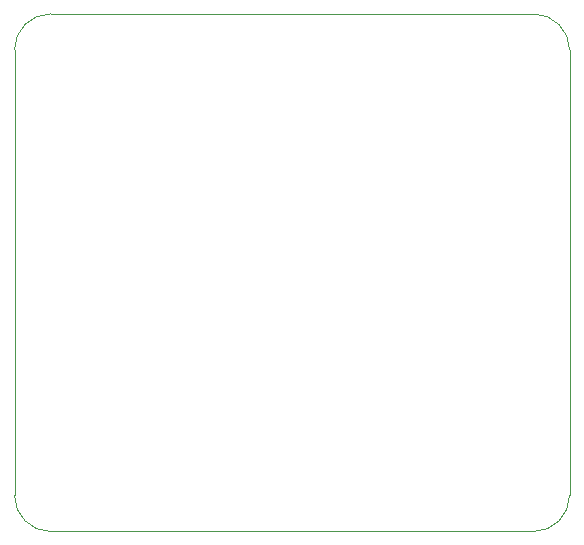
<source format=gbr>
%TF.GenerationSoftware,KiCad,Pcbnew,6.0.10-86aedd382b~118~ubuntu22.10.1*%
%TF.CreationDate,2023-02-01T22:33:22-08:00*%
%TF.ProjectId,lightBoard,6c696768-7442-46f6-9172-642e6b696361,rev?*%
%TF.SameCoordinates,Original*%
%TF.FileFunction,Profile,NP*%
%FSLAX46Y46*%
G04 Gerber Fmt 4.6, Leading zero omitted, Abs format (unit mm)*
G04 Created by KiCad (PCBNEW 6.0.10-86aedd382b~118~ubuntu22.10.1) date 2023-02-01 22:33:22*
%MOMM*%
%LPD*%
G01*
G04 APERTURE LIST*
%TA.AperFunction,Profile*%
%ADD10C,0.100000*%
%TD*%
G04 APERTURE END LIST*
D10*
X153546739Y-73790739D02*
X153546739Y-36074048D01*
X109597261Y-33013953D02*
X150498739Y-33026048D01*
X109597261Y-76838739D02*
X150498739Y-76838739D01*
X150498739Y-76838739D02*
G75*
G03*
X153546739Y-73790739I-2J3048002D01*
G01*
X106549261Y-73790739D02*
X106549261Y-36061953D01*
X106549261Y-73790739D02*
G75*
G03*
X109597261Y-76838739I3048002J2D01*
G01*
X109597261Y-33013953D02*
G75*
G03*
X106549261Y-36061953I2J-3048002D01*
G01*
X153546739Y-36074048D02*
G75*
G03*
X150498739Y-33026048I-3048000J0D01*
G01*
M02*

</source>
